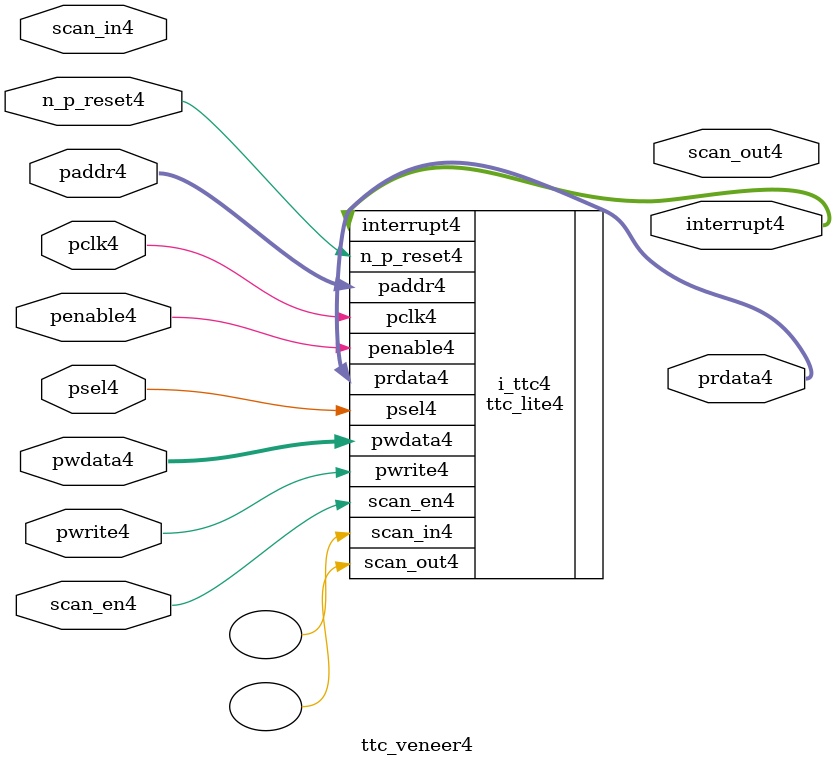
<source format=v>
module ttc_veneer4 (
           
           //inputs4
           n_p_reset4,
           pclk4,
           psel4,
           penable4,
           pwrite4,
           pwdata4,
           paddr4,
           scan_in4,
           scan_en4,

           //outputs4
           prdata4,
           interrupt4,
           scan_out4           

           );


//-----------------------------------------------------------------------------
// PORT DECLARATIONS4
//-----------------------------------------------------------------------------

   input         n_p_reset4;            //System4 Reset4
   input         pclk4;                 //System4 clock4
   input         psel4;                 //Select4 line
   input         penable4;              //Enable4
   input         pwrite4;               //Write line, 1 for write, 0 for read
   input [31:0]  pwdata4;               //Write data
   input [7:0]   paddr4;                //Address Bus4 register
   input         scan_in4;              //Scan4 chain4 input port
   input         scan_en4;              //Scan4 chain4 enable port
   
   output [31:0] prdata4;               //Read Data from the APB4 Interface4
   output [3:1]  interrupt4;            //Interrupt4 from PCI4 
   output        scan_out4;             //Scan4 chain4 output port

//##############################################################################
// if the TTC4 is NOT4 black4 boxed4 
//##############################################################################
`ifndef FV_KIT_BLACK_BOX_TTC4 

ttc_lite4 i_ttc4(

   //inputs4
   .n_p_reset4(n_p_reset4),
   .pclk4(pclk4),
   .psel4(psel4),
   .penable4(penable4),
   .pwrite4(pwrite4),
   .pwdata4(pwdata4),
   .paddr4(paddr4),
   .scan_in4(),
   .scan_en4(scan_en4),

   //outputs4
   .prdata4(prdata4),
   .interrupt4(interrupt4),
   .scan_out4()
);

`else 
//##############################################################################
// if the TTC4 is black4 boxed4 
//##############################################################################

   wire          n_p_reset4;            //System4 Reset4
   wire          pclk4;                 //System4 clock4
   wire          psel4;                 //Select4 line
   wire          penable4;              //Enable4
   wire          pwrite4;               //Write line, 1 for write, 0 for read
   wire  [31:0]  pwdata4;               //Write data
   wire  [7:0]   paddr4;                //Address Bus4 register
   wire          scan_in4;              //Scan4 chain4 wire  port
   wire          scan_en4;              //Scan4 chain4 enable port
   
   reg    [31:0] prdata4;               //Read Data from the APB4 Interface4
   reg    [3:1]  interrupt4;            //Interrupt4 from PCI4 
   reg           scan_out4;             //Scan4 chain4 reg    port

`endif
//##############################################################################
// black4 boxed4 defines4 
//##############################################################################

endmodule

</source>
